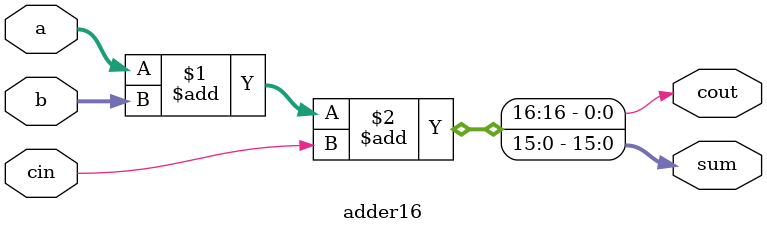
<source format=v>
/*
16 bit adder
*/
module adder16(a,b,cin,cout,sum);
	input[15:0] a,b;
	input cin;
	output cout;
	output[15:0] sum;

	assign{cout,sum}=a+b+cin;
endmodule	

</source>
